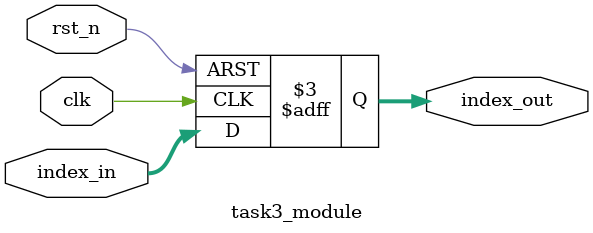
<source format=v>

module task3_module
(
    input clk,
    input rst_n,
    input [2:0] index_in,
    output reg [2:0] index_out
);
    
    
    always @(posedge clk or negedge rst_n)
    begin
        if(~rst_n)
            index_out <= 3'd0;
        else
            index_out <= index_in;
    end
    
endmodule


</source>
